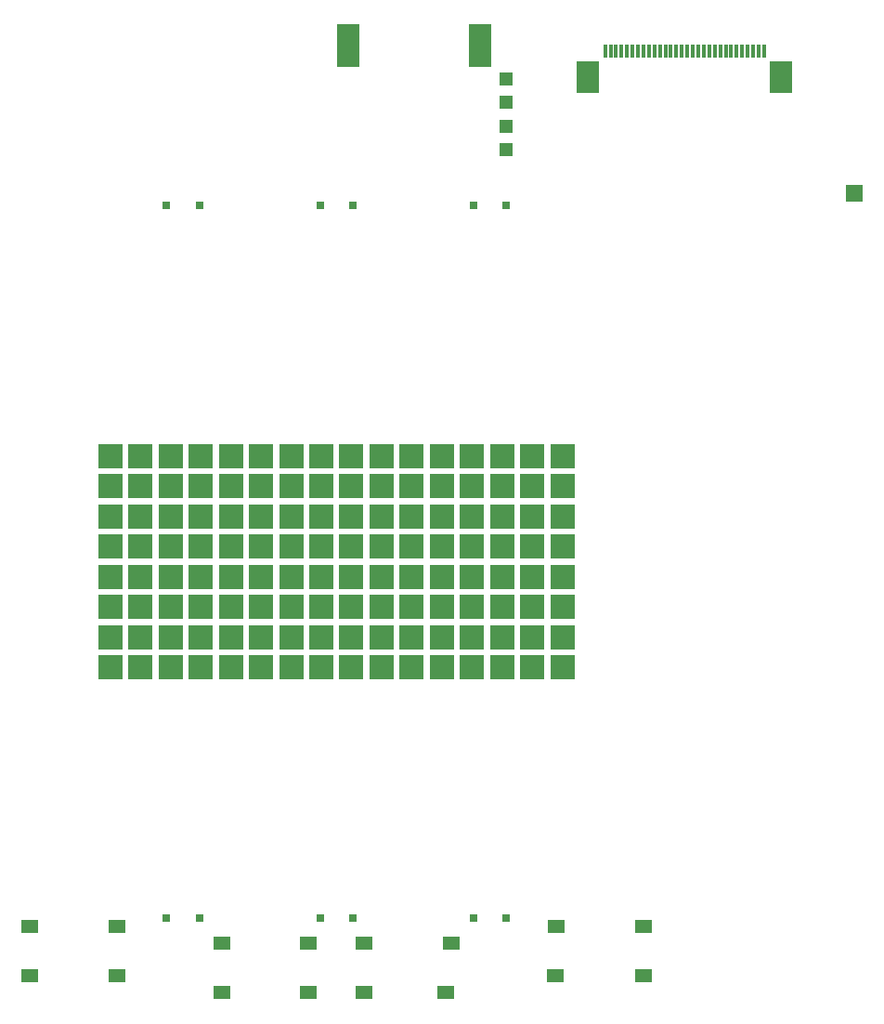
<source format=gbr>
G04 #@! TF.FileFunction,Paste,Top*
%FSLAX46Y46*%
G04 Gerber Fmt 4.6, Leading zero omitted, Abs format (unit mm)*
G04 Created by KiCad (PCBNEW 0.201511241017+6328~38~ubuntu14.04.1-stable) date Mon 30 Nov 2015 09:24:39 AM CET*
%MOMM*%
G01*
G04 APERTURE LIST*
%ADD10C,0.100000*%
%ADD11R,1.550000X1.300000*%
%ADD12R,2.250000X2.250000*%
%ADD13R,0.300000X1.250000*%
%ADD14R,2.000000X3.000000*%
%ADD15R,0.700000X0.800000*%
%ADD16R,1.501140X1.501140*%
%ADD17R,1.198880X1.198880*%
%ADD18R,2.000000X4.000000*%
G04 APERTURE END LIST*
D10*
D11*
X72025000Y-137750000D03*
X72025000Y-133250000D03*
X79975000Y-133250000D03*
X79975000Y-137750000D03*
X120000000Y-137750000D03*
X120025000Y-133250000D03*
X127975000Y-133250000D03*
X127975000Y-137750000D03*
X89525000Y-139250000D03*
X89525000Y-134750000D03*
X97475000Y-134750000D03*
X97475000Y-139250000D03*
D12*
X79375000Y-90375000D03*
X82125000Y-90375000D03*
X84875000Y-90375000D03*
X87625000Y-90375000D03*
X90375000Y-90375000D03*
X93125000Y-90375000D03*
X95875000Y-90375000D03*
X98625000Y-90375000D03*
X79375000Y-93125000D03*
X82125000Y-93125000D03*
X84875000Y-93125000D03*
X87625000Y-93125000D03*
X90375000Y-93125000D03*
X93125000Y-93125000D03*
X95875000Y-93125000D03*
X98625000Y-93125000D03*
X79375000Y-95875000D03*
X82125000Y-95875000D03*
X84875000Y-95875000D03*
X87625000Y-95875000D03*
X90375000Y-95875000D03*
X93125000Y-95875000D03*
X95875000Y-95875000D03*
X98625000Y-95875000D03*
X79375000Y-98625000D03*
X82125000Y-98625000D03*
X84875000Y-98625000D03*
X87625000Y-98625000D03*
X90375000Y-98625000D03*
X93125000Y-98625000D03*
X95875000Y-98625000D03*
X98625000Y-98625000D03*
X79375000Y-101375000D03*
X82125000Y-101375000D03*
X84875000Y-101375000D03*
X87625000Y-101375000D03*
X90375000Y-101375000D03*
X93125000Y-101375000D03*
X95875000Y-101375000D03*
X98625000Y-101375000D03*
X79375000Y-104125000D03*
X82125000Y-104125000D03*
X84875000Y-104125000D03*
X87625000Y-104125000D03*
X90375000Y-104125000D03*
X93125000Y-104125000D03*
X95875000Y-104125000D03*
X98625000Y-104125000D03*
X79375000Y-106875000D03*
X82125000Y-106875000D03*
X84875000Y-106875000D03*
X87625000Y-106875000D03*
X90375000Y-106875000D03*
X93125000Y-106875000D03*
X95875000Y-106875000D03*
X98625000Y-106875000D03*
X79375000Y-109625000D03*
X82125000Y-109625000D03*
X84875000Y-109625000D03*
X87625000Y-109625000D03*
X90375000Y-109625000D03*
X93125000Y-109625000D03*
X95875000Y-109625000D03*
X98625000Y-109625000D03*
D13*
X139000000Y-53500000D03*
X137000000Y-53500000D03*
X137500000Y-53500000D03*
X138500000Y-53500000D03*
X138000000Y-53500000D03*
X136000000Y-53500000D03*
X136500000Y-53500000D03*
X135500000Y-53500000D03*
X135000000Y-53500000D03*
X132000000Y-53500000D03*
X132500000Y-53500000D03*
X133500000Y-53500000D03*
X133000000Y-53500000D03*
X134500000Y-53500000D03*
X134000000Y-53500000D03*
X126500000Y-53500000D03*
X127000000Y-53500000D03*
X125500000Y-53500000D03*
X126000000Y-53500000D03*
X125000000Y-53500000D03*
X124500000Y-53500000D03*
X127500000Y-53500000D03*
X128000000Y-53500000D03*
X129000000Y-53500000D03*
X128500000Y-53500000D03*
X130500000Y-53500000D03*
X131000000Y-53500000D03*
X130000000Y-53500000D03*
X129500000Y-53500000D03*
D14*
X122960000Y-55825000D03*
X140540000Y-55825000D03*
D13*
X131500000Y-53500000D03*
D12*
X120625000Y-101375000D03*
X120625000Y-104125000D03*
X120625000Y-106875000D03*
X120625000Y-109625000D03*
X117875000Y-101375000D03*
X117875000Y-104125000D03*
X117875000Y-109625000D03*
X117875000Y-106875000D03*
X115125000Y-101375000D03*
X115125000Y-106875000D03*
X115125000Y-109625000D03*
X115125000Y-104125000D03*
X112375000Y-101375000D03*
X112375000Y-109625000D03*
X112375000Y-106875000D03*
X112375000Y-104125000D03*
X109625000Y-101375000D03*
X109625000Y-109625000D03*
X109625000Y-106875000D03*
X109625000Y-104125000D03*
X106875000Y-109625000D03*
X106875000Y-106875000D03*
X106875000Y-104125000D03*
X106875000Y-101375000D03*
X104125000Y-109625000D03*
X101375000Y-106875000D03*
X101375000Y-104125000D03*
X104125000Y-104125000D03*
X104125000Y-106875000D03*
X101375000Y-109625000D03*
X101375000Y-101375000D03*
X104125000Y-101375000D03*
X104125000Y-98625000D03*
X101375000Y-98625000D03*
X101375000Y-90375000D03*
X104125000Y-93125000D03*
X101375000Y-95875000D03*
X104125000Y-95875000D03*
X101375000Y-93125000D03*
X104125000Y-90375000D03*
X106875000Y-98625000D03*
X106875000Y-95875000D03*
X106875000Y-93125000D03*
X106875000Y-90375000D03*
X109625000Y-95875000D03*
X109625000Y-93125000D03*
X109625000Y-90375000D03*
X109625000Y-98625000D03*
X112375000Y-95875000D03*
X112375000Y-93125000D03*
X112375000Y-90375000D03*
X112375000Y-98625000D03*
X115125000Y-95875000D03*
X115125000Y-90375000D03*
X115125000Y-93125000D03*
X115125000Y-98625000D03*
X117875000Y-93125000D03*
X117875000Y-90375000D03*
X117875000Y-95875000D03*
X117875000Y-98625000D03*
X120625000Y-90375000D03*
X120625000Y-93125000D03*
X120625000Y-95875000D03*
X120625000Y-98625000D03*
D15*
X84500000Y-132500000D03*
X87500000Y-132500000D03*
X98500000Y-132500000D03*
X101500000Y-132500000D03*
X112500000Y-132500000D03*
X115500000Y-132500000D03*
X87500000Y-67500000D03*
X84500000Y-67500000D03*
X101500000Y-67500000D03*
X98500000Y-67500000D03*
D11*
X102525000Y-139250000D03*
X102525000Y-134750000D03*
X110475000Y-134750000D03*
X110000000Y-139250000D03*
D15*
X115500000Y-67500000D03*
X112500000Y-67500000D03*
D16*
X147244000Y-66472000D03*
D17*
X115494000Y-60342980D03*
X115494000Y-62441020D03*
X115494000Y-56024980D03*
X115494000Y-58123020D03*
D18*
X113112000Y-53010000D03*
X101112000Y-53010000D03*
M02*

</source>
